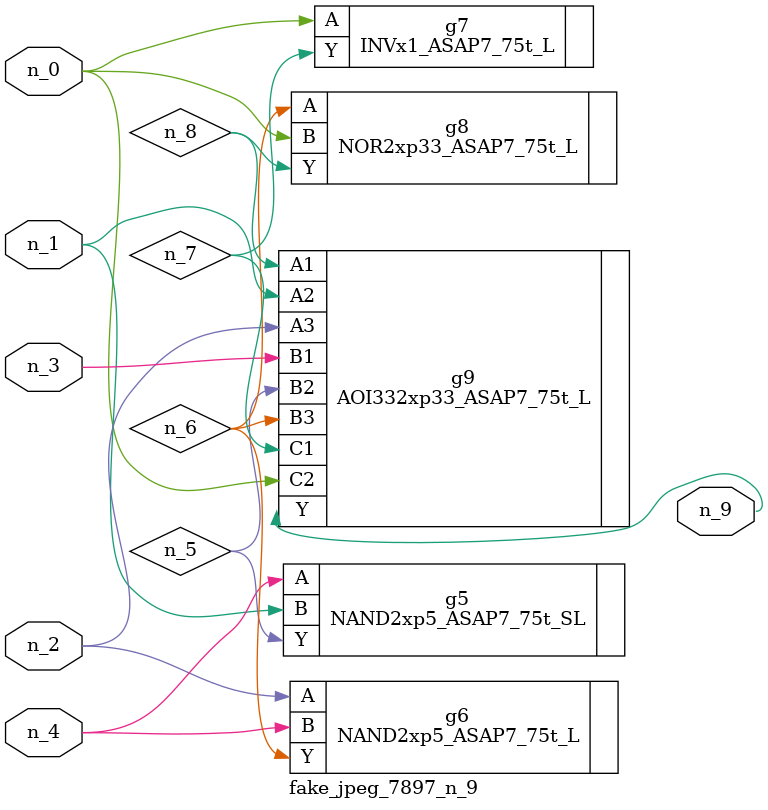
<source format=v>
module fake_jpeg_7897_n_9 (n_3, n_2, n_1, n_0, n_4, n_9);

input n_3;
input n_2;
input n_1;
input n_0;
input n_4;

output n_9;

wire n_8;
wire n_6;
wire n_5;
wire n_7;

NAND2xp5_ASAP7_75t_SL g5 ( 
.A(n_4),
.B(n_1),
.Y(n_5)
);

NAND2xp5_ASAP7_75t_L g6 ( 
.A(n_2),
.B(n_4),
.Y(n_6)
);

INVx1_ASAP7_75t_L g7 ( 
.A(n_0),
.Y(n_7)
);

NOR2xp33_ASAP7_75t_L g8 ( 
.A(n_6),
.B(n_0),
.Y(n_8)
);

AOI332xp33_ASAP7_75t_L g9 ( 
.A1(n_8),
.A2(n_1),
.A3(n_2),
.B1(n_3),
.B2(n_5),
.B3(n_6),
.C1(n_7),
.C2(n_0),
.Y(n_9)
);


endmodule
</source>
